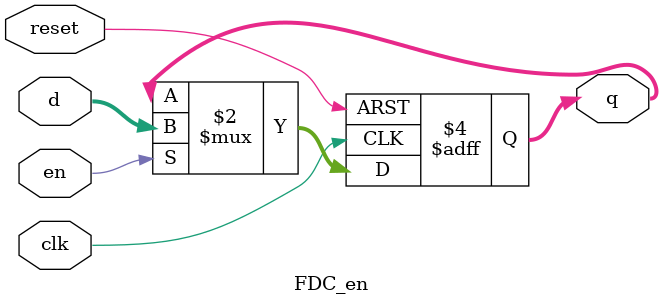
<source format=sv>
module slow_to_fast
#(parameter N = 1)
(
    input clk1, clk2,
	input [N-1:0] in,

    output logic [N-1:0] out
);

logic [N-1:0] w_reg2, w_reg3, ff1_ff2, ff2_reg3;

	FDC #(N) reg1 
	(
		.clk(clk1),
		.reset(),
		.d(in),

		.q(w_reg3)
	);

   FDC #(N) reg2 
	(
		.clk(clk2),
		.reset(),
		.d(w_reg2),

		.q(out)
	);

   FDC #(N) first 
	(
		.clk(~clk2),
		.reset(),
		.d(clk1),

		.q(ff1_ff2)
	);

   FDC #(N) second 
	(
		.clk(clk2),
		.reset(),
		.d(feedback),

		.q(ff2_reg3)
	);

   FDC_en #(N) reg3 
	(
		.clk(clk2),
        .en(ff2_reg3),
		.reset(),
		.d(w_reg3),

		.q(w_reg2)
	);

endmodule

module FDC_en
	#(parameter N = 4) 
	(input logic clk,
     input logic en,
	 input logic reset,
	 input logic [N-1:0] d,
	 output logic [N-1:0] q);
	
	// asynchronous
	always_ff @(posedge clk, posedge reset/*, posedge en*/)
	begin
		if (reset) 
			q <= 0;
      else if (en)
		   q <= d;
	end
endmodule
</source>
